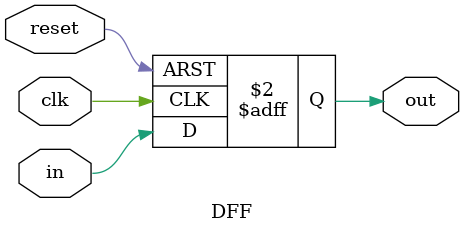
<source format=v>
`timescale 1ns / 1ps
module DFF(clk, reset, in, out);
	input clk, reset, in;
	output reg out;
	
	always @(posedge clk or posedge reset) begin
		if(reset) out <= 0;
		else out <= in;
	end
endmodule

</source>
